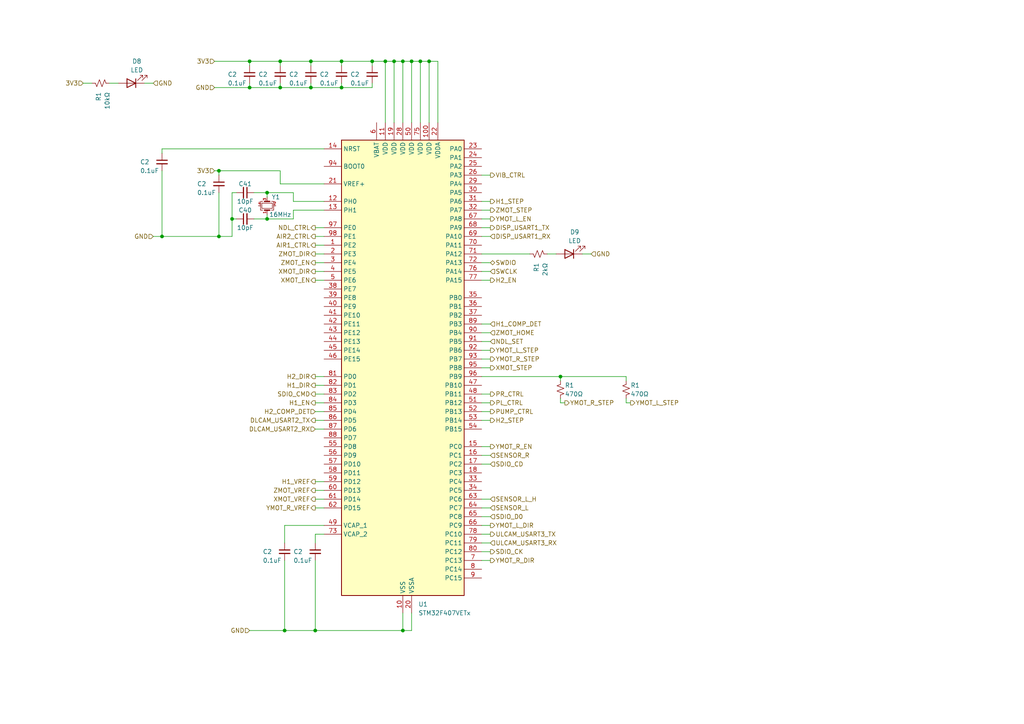
<source format=kicad_sch>
(kicad_sch (version 20230121) (generator eeschema)
  (paper "A4")
  (lib_symbols
    (symbol "Device:C_Small" (pin_numbers hide) (pin_names (offset 0.254) hide)
      (property "Reference" "C" (at 0.254 1.778 0))
      (property "Value" "C_Small" (at 0.254 -2.032 0))
      (symbol "C_Small_0_1"
        (polyline (pts (xy -1.524 -0.508) (xy 1.524 -0.508)) (stroke (width 0.3302)))
        (polyline (pts (xy -1.524 0.508) (xy 1.524 0.508)) (stroke (width 0.3048)))
      )
      (symbol "C_Small_1_1"
        (pin passive line (at 0 2.54 270) (length 2.032) (name "~") (number "1"))
        (pin passive line (at 0 -2.54 90) (length 2.032) (name "~") (number "2"))
      )
    )
    (symbol "Device:Crystal_GND24_Small" (pin_names (offset 1.016) hide)
      (property "Reference" "Y" (at 1.27 4.445 0))
      (property "Value" "Crystal_GND24_Small" (at 1.27 2.54 0))
      (symbol "Crystal_GND24_Small_0_1"
        (rectangle (start -0.762 -1.524) (end 0.762 1.524))
        (polyline (pts (xy -1.27 -0.762) (xy -1.27 0.762)) (stroke (width 0.381)))
        (polyline (pts (xy 1.27 -0.762) (xy 1.27 0.762)) (stroke (width 0.381)))
        (polyline (pts (xy -1.27 -1.27) (xy -1.27 -1.905) (xy 1.27 -1.905) (xy 1.27 -1.27)))
        (polyline (pts (xy -1.27 1.27) (xy -1.27 1.905) (xy 1.27 1.905) (xy 1.27 1.27)))
      )
      (symbol "Crystal_GND24_Small_1_1"
        (pin passive line (at -2.54 0 0) (length 1.27) (name "1") (number "1"))
        (pin passive line (at 0 -2.54 90) (length 0.635) (name "2") (number "2"))
        (pin passive line (at 2.54 0 180) (length 1.27) (name "3") (number "3"))
        (pin passive line (at 0 2.54 270) (length 0.635) (name "4") (number "4"))
      )
    )
    (symbol "Device:LED" (pin_numbers hide) (pin_names (offset 1.016) hide)
      (property "Reference" "D" (at 0 2.54 0))
      (property "Value" "LED" (at 0 -2.54 0))
      (symbol "LED_0_1"
        (polyline (pts (xy -1.27 -1.27) (xy -1.27 1.27)) (stroke (width 0.254)))
        (polyline (pts (xy -1.27 0) (xy 1.27 0)))
        (polyline (pts (xy 1.27 -1.27) (xy 1.27 1.27) (xy -1.27 0) (xy 1.27 -1.27)) (stroke (width 0.254)))
        (polyline (pts (xy -3.048 -0.762) (xy -4.572 -2.286) (xy -3.81 -2.286) (xy -4.572 -2.286) (xy -4.572 -1.524)))
        (polyline (pts (xy -1.778 -0.762) (xy -3.302 -2.286) (xy -2.54 -2.286) (xy -3.302 -2.286) (xy -3.302 -1.524)))
      )
      (symbol "LED_1_1"
        (pin passive line (at -3.81 0 0) (length 2.54) (name "K") (number "1"))
        (pin passive line (at 3.81 0 180) (length 2.54) (name "A") (number "2"))
      )
    )
    (symbol "Device:R_Small_US" (pin_numbers hide) (pin_names (offset 0.254) hide)
      (property "Reference" "R" (at 0.762 0.508 0))
      (property "Value" "R_Small_US" (at 0.762 -1.016 0))
      (symbol "R_Small_US_1_1"
        (polyline (pts (xy 0 0) (xy 1.016 -0.381) (xy 0 -0.762) (xy -1.016 -1.143) (xy 0 -1.524)))
        (polyline (pts (xy 0 1.524) (xy 1.016 1.143) (xy 0 0.762) (xy -1.016 0.381) (xy 0 0)))
        (pin passive line (at 0 2.54 270) (length 1.016) (name "~") (number "1"))
        (pin passive line (at 0 -2.54 90) (length 1.016) (name "~") (number "2"))
      )
    )
    (symbol "MCU_ST_STM32F4:STM32F407VETx"
      (property "Reference" "U" (at -17.78 67.31 0))
      (property "Value" "STM32F407VETx" (at 12.7 67.31 0))
      (symbol "STM32F407VETx_0_1"
        (rectangle (start -17.78 -66.04) (end 17.78 66.04) (stroke (width 0.254)) (fill (type background)))
      )
      (symbol "STM32F407VETx_1_1"
        (pin bidirectional line (at -22.86 35.56 0) (length 5.08) (name "PE2") (number "1"))
        (pin power_in line (at 0 -71.12 90) (length 5.08) (name "VSS") (number "10"))
        (pin power_in line (at 7.62 71.12 270) (length 5.08) (name "VDD") (number "100"))
        (pin power_in line (at -5.08 71.12 270) (length 5.08) (name "VDD") (number "11"))
        (pin bidirectional line (at -22.86 48.26 0) (length 5.08) (name "PH0") (number "12"))
        (pin bidirectional line (at -22.86 45.72 0) (length 5.08) (name "PH1") (number "13"))
        (pin input line (at -22.86 63.5 0) (length 5.08) (name "NRST") (number "14"))
        (pin bidirectional line (at 22.86 -22.86 180) (length 5.08) (name "PC0") (number "15"))
        (pin bidirectional line (at 22.86 -25.4 180) (length 5.08) (name "PC1") (number "16"))
        (pin bidirectional line (at 22.86 -27.94 180) (length 5.08) (name "PC2") (number "17"))
        (pin bidirectional line (at 22.86 -30.48 180) (length 5.08) (name "PC3") (number "18"))
        (pin power_in line (at -2.54 71.12 270) (length 5.08) (name "VDD") (number "19"))
        (pin bidirectional line (at -22.86 33.02 0) (length 5.08) (name "PE3") (number "2"))
        (pin power_in line (at 2.54 -71.12 90) (length 5.08) (name "VSSA") (number "20"))
        (pin input line (at -22.86 53.34 0) (length 5.08) (name "VREF+") (number "21"))
        (pin power_in line (at 10.16 71.12 270) (length 5.08) (name "VDDA") (number "22"))
        (pin bidirectional line (at 22.86 63.5 180) (length 5.08) (name "PA0") (number "23"))
        (pin bidirectional line (at 22.86 60.96 180) (length 5.08) (name "PA1") (number "24"))
        (pin bidirectional line (at 22.86 58.42 180) (length 5.08) (name "PA2") (number "25"))
        (pin bidirectional line (at 22.86 55.88 180) (length 5.08) (name "PA3") (number "26"))
        (pin passive line (at 0 -71.12 90) (length 5.08) hide (name "VSS") (number "27"))
        (pin power_in line (at 0 71.12 270) (length 5.08) (name "VDD") (number "28"))
        (pin bidirectional line (at 22.86 53.34 180) (length 5.08) (name "PA4") (number "29"))
        (pin bidirectional line (at -22.86 30.48 0) (length 5.08) (name "PE4") (number "3"))
        (pin bidirectional line (at 22.86 50.8 180) (length 5.08) (name "PA5") (number "30"))
        (pin bidirectional line (at 22.86 48.26 180) (length 5.08) (name "PA6") (number "31"))
        (pin bidirectional line (at 22.86 45.72 180) (length 5.08) (name "PA7") (number "32"))
        (pin bidirectional line (at 22.86 -33.02 180) (length 5.08) (name "PC4") (number "33"))
        (pin bidirectional line (at 22.86 -35.56 180) (length 5.08) (name "PC5") (number "34"))
        (pin bidirectional line (at 22.86 20.32 180) (length 5.08) (name "PB0") (number "35"))
        (pin bidirectional line (at 22.86 17.78 180) (length 5.08) (name "PB1") (number "36"))
        (pin bidirectional line (at 22.86 15.24 180) (length 5.08) (name "PB2") (number "37"))
        (pin bidirectional line (at -22.86 22.86 0) (length 5.08) (name "PE7") (number "38"))
        (pin bidirectional line (at -22.86 20.32 0) (length 5.08) (name "PE8") (number "39"))
        (pin bidirectional line (at -22.86 27.94 0) (length 5.08) (name "PE5") (number "4"))
        (pin bidirectional line (at -22.86 17.78 0) (length 5.08) (name "PE9") (number "40"))
        (pin bidirectional line (at -22.86 15.24 0) (length 5.08) (name "PE10") (number "41"))
        (pin bidirectional line (at -22.86 12.7 0) (length 5.08) (name "PE11") (number "42"))
        (pin bidirectional line (at -22.86 10.16 0) (length 5.08) (name "PE12") (number "43"))
        (pin bidirectional line (at -22.86 7.62 0) (length 5.08) (name "PE13") (number "44"))
        (pin bidirectional line (at -22.86 5.08 0) (length 5.08) (name "PE14") (number "45"))
        (pin bidirectional line (at -22.86 2.54 0) (length 5.08) (name "PE15") (number "46"))
        (pin bidirectional line (at 22.86 -5.08 180) (length 5.08) (name "PB10") (number "47"))
        (pin bidirectional line (at 22.86 -7.62 180) (length 5.08) (name "PB11") (number "48"))
        (pin power_out line (at -22.86 -45.72 0) (length 5.08) (name "VCAP_1") (number "49"))
        (pin bidirectional line (at -22.86 25.4 0) (length 5.08) (name "PE6") (number "5"))
        (pin power_in line (at 2.54 71.12 270) (length 5.08) (name "VDD") (number "50"))
        (pin bidirectional line (at 22.86 -10.16 180) (length 5.08) (name "PB12") (number "51"))
        (pin bidirectional line (at 22.86 -12.7 180) (length 5.08) (name "PB13") (number "52"))
        (pin bidirectional line (at 22.86 -15.24 180) (length 5.08) (name "PB14") (number "53"))
        (pin bidirectional line (at 22.86 -17.78 180) (length 5.08) (name "PB15") (number "54"))
        (pin bidirectional line (at -22.86 -22.86 0) (length 5.08) (name "PD8") (number "55"))
        (pin bidirectional line (at -22.86 -25.4 0) (length 5.08) (name "PD9") (number "56"))
        (pin bidirectional line (at -22.86 -27.94 0) (length 5.08) (name "PD10") (number "57"))
        (pin bidirectional line (at -22.86 -30.48 0) (length 5.08) (name "PD11") (number "58"))
        (pin bidirectional line (at -22.86 -33.02 0) (length 5.08) (name "PD12") (number "59"))
        (pin power_in line (at -7.62 71.12 270) (length 5.08) (name "VBAT") (number "6"))
        (pin bidirectional line (at -22.86 -35.56 0) (length 5.08) (name "PD13") (number "60"))
        (pin bidirectional line (at -22.86 -38.1 0) (length 5.08) (name "PD14") (number "61"))
        (pin bidirectional line (at -22.86 -40.64 0) (length 5.08) (name "PD15") (number "62"))
        (pin bidirectional line (at 22.86 -38.1 180) (length 5.08) (name "PC6") (number "63"))
        (pin bidirectional line (at 22.86 -40.64 180) (length 5.08) (name "PC7") (number "64"))
        (pin bidirectional line (at 22.86 -43.18 180) (length 5.08) (name "PC8") (number "65"))
        (pin bidirectional line (at 22.86 -45.72 180) (length 5.08) (name "PC9") (number "66"))
        (pin bidirectional line (at 22.86 43.18 180) (length 5.08) (name "PA8") (number "67"))
        (pin bidirectional line (at 22.86 40.64 180) (length 5.08) (name "PA9") (number "68"))
        (pin bidirectional line (at 22.86 38.1 180) (length 5.08) (name "PA10") (number "69"))
        (pin bidirectional line (at 22.86 -55.88 180) (length 5.08) (name "PC13") (number "7"))
        (pin bidirectional line (at 22.86 35.56 180) (length 5.08) (name "PA11") (number "70"))
        (pin bidirectional line (at 22.86 33.02 180) (length 5.08) (name "PA12") (number "71"))
        (pin bidirectional line (at 22.86 30.48 180) (length 5.08) (name "PA13") (number "72"))
        (pin power_out line (at -22.86 -48.26 0) (length 5.08) (name "VCAP_2") (number "73"))
        (pin passive line (at 0 -71.12 90) (length 5.08) hide (name "VSS") (number "74"))
        (pin power_in line (at 5.08 71.12 270) (length 5.08) (name "VDD") (number "75"))
        (pin bidirectional line (at 22.86 27.94 180) (length 5.08) (name "PA14") (number "76"))
        (pin bidirectional line (at 22.86 25.4 180) (length 5.08) (name "PA15") (number "77"))
        (pin bidirectional line (at 22.86 -48.26 180) (length 5.08) (name "PC10") (number "78"))
        (pin bidirectional line (at 22.86 -50.8 180) (length 5.08) (name "PC11") (number "79"))
        (pin bidirectional line (at 22.86 -58.42 180) (length 5.08) (name "PC14") (number "8"))
        (pin bidirectional line (at 22.86 -53.34 180) (length 5.08) (name "PC12") (number "80"))
        (pin bidirectional line (at -22.86 -2.54 0) (length 5.08) (name "PD0") (number "81"))
        (pin bidirectional line (at -22.86 -5.08 0) (length 5.08) (name "PD1") (number "82"))
        (pin bidirectional line (at -22.86 -7.62 0) (length 5.08) (name "PD2") (number "83"))
        (pin bidirectional line (at -22.86 -10.16 0) (length 5.08) (name "PD3") (number "84"))
        (pin bidirectional line (at -22.86 -12.7 0) (length 5.08) (name "PD4") (number "85"))
        (pin bidirectional line (at -22.86 -15.24 0) (length 5.08) (name "PD5") (number "86"))
        (pin bidirectional line (at -22.86 -17.78 0) (length 5.08) (name "PD6") (number "87"))
        (pin bidirectional line (at -22.86 -20.32 0) (length 5.08) (name "PD7") (number "88"))
        (pin bidirectional line (at 22.86 12.7 180) (length 5.08) (name "PB3") (number "89"))
        (pin bidirectional line (at 22.86 -60.96 180) (length 5.08) (name "PC15") (number "9"))
        (pin bidirectional line (at 22.86 10.16 180) (length 5.08) (name "PB4") (number "90"))
        (pin bidirectional line (at 22.86 7.62 180) (length 5.08) (name "PB5") (number "91"))
        (pin bidirectional line (at 22.86 5.08 180) (length 5.08) (name "PB6") (number "92"))
        (pin bidirectional line (at 22.86 2.54 180) (length 5.08) (name "PB7") (number "93"))
        (pin input line (at -22.86 58.42 0) (length 5.08) (name "BOOT0") (number "94"))
        (pin bidirectional line (at 22.86 0 180) (length 5.08) (name "PB8") (number "95"))
        (pin bidirectional line (at 22.86 -2.54 180) (length 5.08) (name "PB9") (number "96"))
        (pin bidirectional line (at -22.86 40.64 0) (length 5.08) (name "PE0") (number "97"))
        (pin bidirectional line (at -22.86 38.1 0) (length 5.08) (name "PE1") (number "98"))
        (pin passive line (at 0 -71.12 90) (length 5.08) hide (name "VSS") (number "99"))
      )
    )
  )
  (junction (at 82.55 182.88))
  (junction (at 63.5 49.53))
  (junction (at 114.3 17.78))
  (junction (at 99.06 25.4))
  (junction (at 90.17 25.4))
  (junction (at 162.56 109.22))
  (junction (at 116.84 17.78))
  (junction (at 72.39 25.4))
  (junction (at 77.47 55.88))
  (junction (at 107.95 17.78))
  (junction (at 91.44 182.88))
  (junction (at 116.84 182.88))
  (junction (at 121.92 17.78))
  (junction (at 90.17 17.78))
  (junction (at 124.46 17.78))
  (junction (at 67.31 63.5))
  (junction (at 119.38 17.78))
  (junction (at 72.39 17.78))
  (junction (at 81.28 25.4))
  (junction (at 81.28 17.78))
  (junction (at 99.06 17.78))
  (junction (at 111.76 17.78))
  (junction (at 77.47 63.5))
  (junction (at 46.99 68.58))
  (junction (at 63.5 68.58))
  (wire (pts (xy 91.44 147.32) (xy 93.98 147.32)))
  (wire (pts (xy 99.06 17.78) (xy 99.06 19.05)))
  (wire (pts (xy 139.7 114.3) (xy 142.24 114.3)))
  (wire (pts (xy 181.61 116.84) (xy 182.88 116.84)))
  (wire (pts (xy 72.39 24.13) (xy 72.39 25.4)))
  (wire (pts (xy 139.7 116.84) (xy 142.24 116.84)))
  (wire (pts (xy 91.44 139.7) (xy 93.98 139.7)))
  (wire (pts (xy 139.7 81.28) (xy 142.24 81.28)))
  (wire (pts (xy 114.3 17.78) (xy 111.76 17.78)))
  (wire (pts (xy 77.47 55.88) (xy 77.47 57.15)))
  (wire (pts (xy 91.44 66.04) (xy 93.98 66.04)))
  (wire (pts (xy 139.7 68.58) (xy 142.24 68.58)))
  (wire (pts (xy 72.39 25.4) (xy 81.28 25.4)))
  (wire (pts (xy 91.44 76.2) (xy 93.98 76.2)))
  (wire (pts (xy 139.7 99.06) (xy 142.24 99.06)))
  (wire (pts (xy 91.44 154.94) (xy 93.98 154.94)))
  (wire (pts (xy 81.28 53.34) (xy 81.28 49.53)))
  (wire (pts (xy 139.7 60.96) (xy 142.24 60.96)))
  (wire (pts (xy 139.7 162.56) (xy 142.24 162.56)))
  (wire (pts (xy 139.7 152.4) (xy 142.24 152.4)))
  (wire (pts (xy 139.7 154.94) (xy 142.24 154.94)))
  (wire (pts (xy 63.5 68.58) (xy 67.31 68.58)))
  (wire (pts (xy 139.7 58.42) (xy 142.24 58.42)))
  (wire (pts (xy 114.3 35.56) (xy 114.3 17.78)))
  (wire (pts (xy 72.39 17.78) (xy 81.28 17.78)))
  (wire (pts (xy 139.7 157.48) (xy 142.24 157.48)))
  (wire (pts (xy 158.75 73.66) (xy 161.29 73.66)))
  (wire (pts (xy 139.7 147.32) (xy 142.24 147.32)))
  (wire (pts (xy 46.99 44.45) (xy 46.99 43.18)))
  (wire (pts (xy 46.99 68.58) (xy 44.45 68.58)))
  (wire (pts (xy 99.06 25.4) (xy 107.95 25.4)))
  (wire (pts (xy 168.91 73.66) (xy 171.45 73.66)))
  (wire (pts (xy 139.7 63.5) (xy 142.24 63.5)))
  (wire (pts (xy 73.66 55.88) (xy 77.47 55.88)))
  (wire (pts (xy 162.56 115.57) (xy 162.56 116.84)))
  (wire (pts (xy 85.09 63.5) (xy 77.47 63.5)))
  (wire (pts (xy 139.7 101.6) (xy 142.24 101.6)))
  (wire (pts (xy 91.44 162.56) (xy 91.44 182.88)))
  (wire (pts (xy 119.38 177.8) (xy 119.38 182.88)))
  (wire (pts (xy 116.84 17.78) (xy 114.3 17.78)))
  (wire (pts (xy 41.91 24.13) (xy 44.45 24.13)))
  (wire (pts (xy 139.7 96.52) (xy 142.24 96.52)))
  (wire (pts (xy 119.38 17.78) (xy 116.84 17.78)))
  (wire (pts (xy 91.44 116.84) (xy 93.98 116.84)))
  (wire (pts (xy 90.17 17.78) (xy 90.17 19.05)))
  (wire (pts (xy 90.17 17.78) (xy 99.06 17.78)))
  (wire (pts (xy 68.58 63.5) (xy 67.31 63.5)))
  (wire (pts (xy 162.56 109.22) (xy 162.56 110.49)))
  (wire (pts (xy 82.55 162.56) (xy 82.55 182.88)))
  (wire (pts (xy 62.23 49.53) (xy 63.5 49.53)))
  (wire (pts (xy 119.38 35.56) (xy 119.38 17.78)))
  (wire (pts (xy 31.75 24.13) (xy 34.29 24.13)))
  (wire (pts (xy 91.44 144.78) (xy 93.98 144.78)))
  (wire (pts (xy 63.5 49.53) (xy 81.28 49.53)))
  (wire (pts (xy 162.56 116.84) (xy 163.83 116.84)))
  (wire (pts (xy 90.17 25.4) (xy 99.06 25.4)))
  (wire (pts (xy 181.61 115.57) (xy 181.61 116.84)))
  (wire (pts (xy 93.98 53.34) (xy 81.28 53.34)))
  (wire (pts (xy 91.44 68.58) (xy 93.98 68.58)))
  (wire (pts (xy 82.55 182.88) (xy 91.44 182.88)))
  (wire (pts (xy 162.56 109.22) (xy 181.61 109.22)))
  (wire (pts (xy 82.55 152.4) (xy 82.55 157.48)))
  (wire (pts (xy 93.98 152.4) (xy 82.55 152.4)))
  (wire (pts (xy 139.7 73.66) (xy 153.67 73.66)))
  (wire (pts (xy 116.84 182.88) (xy 116.84 177.8)))
  (wire (pts (xy 46.99 43.18) (xy 93.98 43.18)))
  (wire (pts (xy 116.84 35.56) (xy 116.84 17.78)))
  (wire (pts (xy 91.44 142.24) (xy 93.98 142.24)))
  (wire (pts (xy 139.7 129.54) (xy 142.24 129.54)))
  (wire (pts (xy 139.7 66.04) (xy 142.24 66.04)))
  (wire (pts (xy 119.38 182.88) (xy 116.84 182.88)))
  (wire (pts (xy 81.28 17.78) (xy 81.28 19.05)))
  (wire (pts (xy 91.44 109.22) (xy 93.98 109.22)))
  (wire (pts (xy 91.44 119.38) (xy 93.98 119.38)))
  (wire (pts (xy 46.99 68.58) (xy 63.5 68.58)))
  (wire (pts (xy 91.44 157.48) (xy 91.44 154.94)))
  (wire (pts (xy 121.92 35.56) (xy 121.92 17.78)))
  (wire (pts (xy 81.28 17.78) (xy 90.17 17.78)))
  (wire (pts (xy 121.92 17.78) (xy 119.38 17.78)))
  (wire (pts (xy 139.7 93.98) (xy 142.24 93.98)))
  (wire (pts (xy 124.46 17.78) (xy 121.92 17.78)))
  (wire (pts (xy 90.17 24.13) (xy 90.17 25.4)))
  (wire (pts (xy 63.5 55.88) (xy 63.5 68.58)))
  (wire (pts (xy 139.7 160.02) (xy 142.24 160.02)))
  (wire (pts (xy 91.44 71.12) (xy 93.98 71.12)))
  (wire (pts (xy 91.44 81.28) (xy 93.98 81.28)))
  (wire (pts (xy 77.47 62.23) (xy 77.47 63.5)))
  (wire (pts (xy 139.7 144.78) (xy 142.24 144.78)))
  (wire (pts (xy 93.98 60.96) (xy 85.09 60.96)))
  (wire (pts (xy 85.09 55.88) (xy 85.09 58.42)))
  (wire (pts (xy 62.23 25.4) (xy 72.39 25.4)))
  (wire (pts (xy 24.13 24.13) (xy 26.67 24.13)))
  (wire (pts (xy 91.44 182.88) (xy 116.84 182.88)))
  (wire (pts (xy 139.7 78.74) (xy 142.24 78.74)))
  (wire (pts (xy 91.44 78.74) (xy 93.98 78.74)))
  (wire (pts (xy 139.7 134.62) (xy 142.24 134.62)))
  (wire (pts (xy 62.23 17.78) (xy 72.39 17.78)))
  (wire (pts (xy 107.95 17.78) (xy 107.95 19.05)))
  (wire (pts (xy 67.31 68.58) (xy 67.31 63.5)))
  (wire (pts (xy 139.7 149.86) (xy 142.24 149.86)))
  (wire (pts (xy 139.7 132.08) (xy 142.24 132.08)))
  (wire (pts (xy 85.09 58.42) (xy 93.98 58.42)))
  (wire (pts (xy 72.39 182.88) (xy 82.55 182.88)))
  (wire (pts (xy 139.7 121.92) (xy 142.24 121.92)))
  (wire (pts (xy 99.06 24.13) (xy 99.06 25.4)))
  (wire (pts (xy 91.44 124.46) (xy 93.98 124.46)))
  (wire (pts (xy 139.7 109.22) (xy 162.56 109.22)))
  (wire (pts (xy 91.44 73.66) (xy 93.98 73.66)))
  (wire (pts (xy 72.39 17.78) (xy 72.39 19.05)))
  (wire (pts (xy 107.95 24.13) (xy 107.95 25.4)))
  (wire (pts (xy 73.66 63.5) (xy 77.47 63.5)))
  (wire (pts (xy 111.76 17.78) (xy 111.76 35.56)))
  (wire (pts (xy 127 17.78) (xy 124.46 17.78)))
  (wire (pts (xy 81.28 25.4) (xy 90.17 25.4)))
  (wire (pts (xy 85.09 60.96) (xy 85.09 63.5)))
  (wire (pts (xy 91.44 114.3) (xy 93.98 114.3)))
  (wire (pts (xy 46.99 49.53) (xy 46.99 68.58)))
  (wire (pts (xy 124.46 35.56) (xy 124.46 17.78)))
  (wire (pts (xy 139.7 119.38) (xy 142.24 119.38)))
  (wire (pts (xy 139.7 50.8) (xy 142.24 50.8)))
  (wire (pts (xy 63.5 49.53) (xy 63.5 50.8)))
  (wire (pts (xy 91.44 111.76) (xy 93.98 111.76)))
  (wire (pts (xy 107.95 17.78) (xy 111.76 17.78)))
  (wire (pts (xy 67.31 55.88) (xy 67.31 63.5)))
  (wire (pts (xy 81.28 24.13) (xy 81.28 25.4)))
  (wire (pts (xy 139.7 76.2) (xy 142.24 76.2)))
  (wire (pts (xy 91.44 121.92) (xy 93.98 121.92)))
  (wire (pts (xy 127 35.56) (xy 127 17.78)))
  (wire (pts (xy 139.7 104.14) (xy 142.24 104.14)))
  (wire (pts (xy 99.06 17.78) (xy 107.95 17.78)))
  (wire (pts (xy 181.61 110.49) (xy 181.61 109.22)))
  (wire (pts (xy 139.7 106.68) (xy 142.24 106.68)))
  (wire (pts (xy 68.58 55.88) (xy 67.31 55.88)))
  (wire (pts (xy 85.09 55.88) (xy 77.47 55.88)))
  (hierarchical_label "SWCLK" (shape input) (at 142.24 78.74 0))
  (hierarchical_label "SENSOR_L_H" (shape input) (at 142.24 144.78 0))
  (hierarchical_label "YMOT_L_STEP" (shape output) (at 142.24 101.6 0))
  (hierarchical_label "XMOT_EN" (shape output) (at 91.44 81.28 180))
  (hierarchical_label "GND" (shape input) (at 72.39 182.88 180))
  (hierarchical_label "GND" (shape input) (at 62.23 25.4 180))
  (hierarchical_label "ZMOT_VREF" (shape output) (at 91.44 142.24 180))
  (hierarchical_label "YMOT_L_DIR" (shape output) (at 142.24 152.4 0))
  (hierarchical_label "SENSOR_R" (shape input) (at 142.24 132.08 0))
  (hierarchical_label "ULCAM_USART3_TX" (shape output) (at 142.24 154.94 0))
  (hierarchical_label "SWDIO" (shape bidirectional) (at 142.24 76.2 0))
  (hierarchical_label "H1_COMP_DET" (shape input) (at 142.24 93.98 0))
  (hierarchical_label "PUMP_CTRL" (shape output) (at 142.24 119.38 0))
  (hierarchical_label "ZMOT_EN" (shape output) (at 91.44 76.2 180))
  (hierarchical_label "H2_STEP" (shape output) (at 142.24 121.92 0))
  (hierarchical_label "YMOT_R_EN" (shape output) (at 142.24 129.54 0))
  (hierarchical_label "H1_STEP" (shape output) (at 142.24 58.42 0))
  (hierarchical_label "H2_EN" (shape output) (at 142.24 81.28 0))
  (hierarchical_label "NDL_SET" (shape input) (at 142.24 99.06 0))
  (hierarchical_label "H2_COMP_DET" (shape input) (at 91.44 119.38 180))
  (hierarchical_label "SENSOR_L" (shape input) (at 142.24 147.32 0))
  (hierarchical_label "DLCAM_USART2_RX" (shape input) (at 91.44 124.46 180))
  (hierarchical_label "SDIO_D0" (shape input) (at 142.24 149.86 0))
  (hierarchical_label "3V3" (shape input) (at 24.13 24.13 180))
  (hierarchical_label "GND" (shape input) (at 44.45 24.13 0))
  (hierarchical_label "XMOT_VREF" (shape output) (at 91.44 144.78 180))
  (hierarchical_label "SDIO_CD" (shape input) (at 142.24 134.62 0))
  (hierarchical_label "AIR2_CTRL" (shape output) (at 91.44 68.58 180))
  (hierarchical_label "DISP_USART1_TX" (shape output) (at 142.24 66.04 0))
  (hierarchical_label "ZMOT_HOME" (shape input) (at 142.24 96.52 0))
  (hierarchical_label "H1_DIR" (shape output) (at 91.44 111.76 180))
  (hierarchical_label "ZMOT_DIR" (shape output) (at 91.44 73.66 180))
  (hierarchical_label "YMOT_R_DIR" (shape output) (at 142.24 162.56 0))
  (hierarchical_label "XMOT_DIR" (shape output) (at 91.44 78.74 180))
  (hierarchical_label "VIB_CTRL" (shape output) (at 142.24 50.8 0))
  (hierarchical_label "SDIO_CMD" (shape output) (at 91.44 114.3 180))
  (hierarchical_label "PL_CTRL" (shape output) (at 142.24 116.84 0))
  (hierarchical_label "XMOT_STEP" (shape output) (at 142.24 106.68 0))
  (hierarchical_label "YMOT_L_STEP" (shape output) (at 182.88 116.84 0))
  (hierarchical_label "DISP_USART1_RX" (shape input) (at 142.24 68.58 0))
  (hierarchical_label "YMOT_L_EN" (shape output) (at 142.24 63.5 0))
  (hierarchical_label "YMOT_R_VREF" (shape output) (at 91.44 147.32 180))
  (hierarchical_label "H1_VREF" (shape output) (at 91.44 139.7 180))
  (hierarchical_label "3V3" (shape input) (at 62.23 17.78 180))
  (hierarchical_label "AIR1_CTRL" (shape output) (at 91.44 71.12 180))
  (hierarchical_label "H1_EN" (shape output) (at 91.44 116.84 180))
  (hierarchical_label "NDL_CTRL" (shape output) (at 91.44 66.04 180))
  (hierarchical_label "GND" (shape input) (at 171.45 73.66 0))
  (hierarchical_label "ULCAM_USART3_RX" (shape input) (at 142.24 157.48 0))
  (hierarchical_label "SDIO_CK" (shape output) (at 142.24 160.02 0))
  (hierarchical_label "H2_DIR" (shape output) (at 91.44 109.22 180))
  (hierarchical_label "GND" (shape input) (at 44.45 68.58 180))
  (hierarchical_label "YMOT_R_STEP" (shape output) (at 142.24 104.14 0))
  (hierarchical_label "DLCAM_USART2_TX" (shape output) (at 91.44 121.92 180))
  (hierarchical_label "ZMOT_STEP" (shape output) (at 142.24 60.96 0))
  (hierarchical_label "YMOT_R_STEP" (shape output) (at 163.83 116.84 0))
  (hierarchical_label "3V3" (shape input) (at 62.23 49.53 180))
  (hierarchical_label "PR_CTRL" (shape output) (at 142.24 114.3 0))
  (symbol (lib_id "Device:C_Small") (at 91.44 160.02 0) (unit 1)
    (property "Reference" "C2" (at 85.09 160.02 0) (effects (justify left)))
    (property "Value" "0.1uF" (at 85.09 162.56 0) (effects (justify left)))
    (instances (project "openpnp-controller-1.0" (path "" (reference "C2") (unit 1)) (path "" (reference "C10") (unit 1)) (path "" (reference "C13") (unit 1)) (path "" (reference "C17") (unit 1)) (path "" (reference "C49") (unit 1))))
  )
  (symbol (lib_id "MCU_ST_STM32F4:STM32F407VETx") (at 116.84 106.68 0) (unit 1)
    (property "Reference" "U1" (at 121.3359 175.26 0) (effects (justify left)))
    (property "Value" "STM32F407VETx" (at 121.3359 177.8 0) (effects (justify left)))
    (property "Footprint" "Package_QFP:LQFP-100_14x14mm_P0.5mm" (effects hide))
    (property "Datasheet" "https://www.st.com/resource/en/datasheet/stm32f407ve.pdf" (effects hide))
    (property "MPN" "STM32F407VET6" (effects hide))
  )
  (symbol (lib_id "Device:C_Small") (at 71.12 55.88 270) (unit 1)
    (property "Reference" "C41" (at 71.12 53.34 90))
    (property "Value" "10pF" (at 71.12 58.42 90))
  )
  (symbol (lib_id "Device:R_Small_US") (at 181.61 113.03 0) (mirror x) (unit 1)
    (property "Reference" "R1" (at 182.88 111.76 0) (effects (justify left)))
    (property "Value" "470Ω" (at 182.88 114.3 0) (effects (justify left)))
    (instances (project "openpnp-controller-1.0" (path "" (reference "R1") (unit 1)) (path "" (reference "R8") (unit 1)) (path "" (reference "R12") (unit 1)) (path "" (reference "R29") (unit 1)) (path "" (reference "R29") (unit 1)) (path "" (reference "R35") (unit 1))))
  )
  (symbol (lib_id "Device:Crystal_GND24_Small") (at 77.47 59.69 90) (unit 1)
    (property "Reference" "Y1" (at 80.01 57.15 90))
    (property "Value" "16MHz" (at 81.28 62.23 90))
    (property "MPN" "RH100-16.000-8-2020-TR" (effects hide))
  )
  (symbol (lib_id "Device:C_Small") (at 90.17 21.59 0) (unit 1)
    (property "Reference" "C2" (at 83.82 21.59 0) (effects (justify left)))
    (property "Value" "0.1uF" (at 83.82 24.13 0) (effects (justify left)))
    (instances (project "openpnp-controller-1.0" (path "" (reference "C2") (unit 1)) (path "" (reference "C10") (unit 1)) (path "" (reference "C13") (unit 1)) (path "" (reference "C17") (unit 1)) (path "" (reference "C46") (unit 1))))
  )
  (symbol (lib_id "Device:C_Small") (at 72.39 21.59 0) (unit 1)
    (property "Reference" "C2" (at 66.04 21.59 0) (effects (justify left)))
    (property "Value" "0.1uF" (at 66.04 24.13 0) (effects (justify left)))
    (instances (project "openpnp-controller-1.0" (path "" (reference "C2") (unit 1)) (path "" (reference "C10") (unit 1)) (path "" (reference "C13") (unit 1)) (path "" (reference "C17") (unit 1)) (path "" (reference "C48") (unit 1))))
  )
  (symbol (lib_id "Device:C_Small") (at 81.28 21.59 0) (unit 1)
    (property "Reference" "C2" (at 74.93 21.59 0) (effects (justify left)))
    (property "Value" "0.1uF" (at 74.93 24.13 0) (effects (justify left)))
    (instances (project "openpnp-controller-1.0" (path "" (reference "C2") (unit 1)) (path "" (reference "C10") (unit 1)) (path "" (reference "C13") (unit 1)) (path "" (reference "C17") (unit 1)) (path "" (reference "C47") (unit 1))))
  )
  (symbol (lib_id "Device:LED") (at 38.1 24.13 180) (unit 1)
    (property "Reference" "D8" (at 39.6875 17.78 0))
    (property "Value" "LED" (at 39.6875 20.32 0))
  )
  (symbol (lib_id "Device:R_Small_US") (at 162.56 113.03 0) (mirror x) (unit 1)
    (property "Reference" "R1" (at 163.83 111.76 0) (effects (justify left)))
    (property "Value" "470Ω" (at 163.83 114.3 0) (effects (justify left)))
    (instances (project "openpnp-controller-1.0" (path "" (reference "R1") (unit 1)) (path "" (reference "R8") (unit 1)) (path "" (reference "R12") (unit 1)) (path "" (reference "R29") (unit 1)) (path "" (reference "R29") (unit 1)) (path "" (reference "R34") (unit 1))))
  )
  (symbol (lib_id "Device:C_Small") (at 82.55 160.02 0) (unit 1)
    (property "Reference" "C2" (at 76.2 160.02 0) (effects (justify left)))
    (property "Value" "0.1uF" (at 76.2 162.56 0) (effects (justify left)))
    (instances (project "openpnp-controller-1.0" (path "" (reference "C2") (unit 1)) (path "" (reference "C10") (unit 1)) (path "" (reference "C13") (unit 1)) (path "" (reference "C17") (unit 1)) (path "" (reference "C50") (unit 1))))
  )
  (symbol (lib_id "Device:LED") (at 165.1 73.66 180) (unit 1)
    (property "Reference" "D9" (at 166.6875 67.31 0))
    (property "Value" "LED" (at 166.6875 69.85 0))
  )
  (symbol (lib_id "Device:C_Small") (at 71.12 63.5 90) (unit 1)
    (property "Reference" "C40" (at 71.12 60.96 90))
    (property "Value" "10pF" (at 71.12 66.04 90))
  )
  (symbol (lib_id "Device:C_Small") (at 99.06 21.59 0) (unit 1)
    (property "Reference" "C2" (at 92.71 21.59 0) (effects (justify left)))
    (property "Value" "0.1uF" (at 92.71 24.13 0) (effects (justify left)))
    (instances (project "openpnp-controller-1.0" (path "" (reference "C2") (unit 1)) (path "" (reference "C10") (unit 1)) (path "" (reference "C13") (unit 1)) (path "" (reference "C17") (unit 1)) (path "" (reference "C45") (unit 1))))
  )
  (symbol (lib_id "Device:C_Small") (at 107.95 21.59 0) (unit 1)
    (property "Reference" "C2" (at 101.6 21.59 0) (effects (justify left)))
    (property "Value" "0.1uF" (at 101.6 24.13 0) (effects (justify left)))
    (instances (project "openpnp-controller-1.0" (path "" (reference "C2") (unit 1)) (path "" (reference "C10") (unit 1)) (path "" (reference "C13") (unit 1)) (path "" (reference "C17") (unit 1)) (path "" (reference "C44") (unit 1))))
  )
  (symbol (lib_id "Device:C_Small") (at 46.99 46.99 0) (unit 1)
    (property "Reference" "C2" (at 40.64 46.99 0) (effects (justify left)))
    (property "Value" "0.1uF" (at 40.64 49.53 0) (effects (justify left)))
    (instances (project "openpnp-controller-1.0" (path "" (reference "C2") (unit 1)) (path "" (reference "C10") (unit 1)) (path "" (reference "C13") (unit 1)) (path "" (reference "C17") (unit 1)) (path "" (reference "C42") (unit 1))))
  )
  (symbol (lib_id "Device:R_Small_US") (at 29.21 24.13 90) (mirror x) (unit 1)
    (property "Reference" "R1" (at 28.575 26.67 0) (effects (justify left)))
    (property "Value" "10kΩ" (at 31.115 26.67 0) (effects (justify left)))
    (instances (project "openpnp-controller-1.0" (path "" (reference "R1") (unit 1)) (path "" (reference "R8") (unit 1)) (path "" (reference "R12") (unit 1)) (path "" (reference "R29") (unit 1)) (path "" (reference "R29") (unit 1)) (path "" (reference "R32") (unit 1))))
  )
  (symbol (lib_id "Device:C_Small") (at 63.5 53.34 0) (unit 1)
    (property "Reference" "C2" (at 57.15 53.34 0) (effects (justify left)))
    (property "Value" "0.1uF" (at 57.15 55.88 0) (effects (justify left)))
    (instances (project "openpnp-controller-1.0" (path "" (reference "C2") (unit 1)) (path "" (reference "C10") (unit 1)) (path "" (reference "C13") (unit 1)) (path "" (reference "C17") (unit 1)) (path "" (reference "C43") (unit 1))))
  )
  (symbol (lib_id "Device:R_Small_US") (at 156.21 73.66 90) (mirror x) (unit 1)
    (property "Reference" "R1" (at 155.575 76.2 0) (effects (justify left)))
    (property "Value" "2kΩ" (at 158.115 76.2 0) (effects (justify left)))
    (instances (project "openpnp-controller-1.0" (path "" (reference "R1") (unit 1)) (path "" (reference "R8") (unit 1)) (path "" (reference "R12") (unit 1)) (path "" (reference "R29") (unit 1)) (path "" (reference "R29") (unit 1)) (path "" (reference "R33") (unit 1))))
  )
)
</source>
